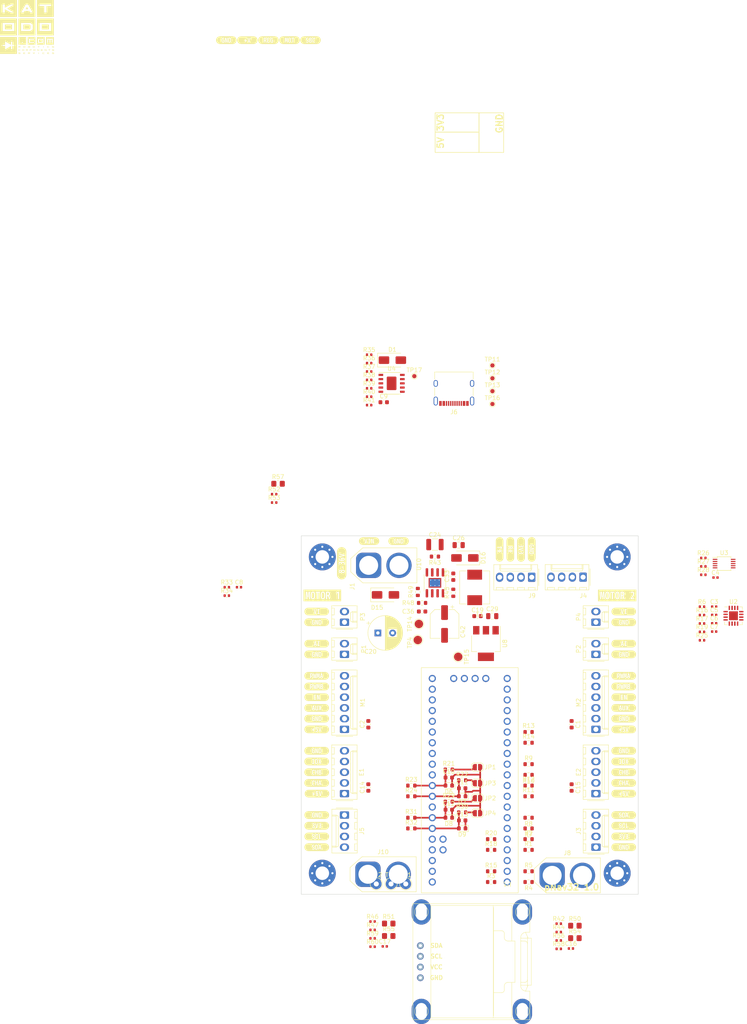
<source format=kicad_pcb>
(kicad_pcb (version 20221018) (generator pcbnew)
  (layers (0 "F.Cu" signal) (31 "B.Cu" signal) (34 "B.Paste" user) (35 "F.Paste" user) (36 "B.SilkS" user "B.Silkscreen") (37 "F.SilkS" user "F.Silkscreen") (38 "B.Mask" user) (39 "F.Mask" user) (44 "Edge.Cuts" user))
  (net 0 "")
  (net 1 "ADC_M1_CURRENT")
  (net 2 "ADC_M2_CURRENT")
  (net 3 "ADC_M1_VOLTAGE")
  (net 4 "ADC_M2_VOLTAGE")
  (net 5 "I2C1-SCL")
  (net 6 "/Supply and Power/SW")
  (net 7 "Net-(C33-Pad2)")
  (net 8 "/Supply and Power/FB")
  (net 9 "MOT1_P")
  (net 10 "MOT1_N")
  (net 11 "MOT1_EN")
  (net 12 "Vdrive")
  (net 13 "MOT1_AUX")
  (net 14 "MOT2_P")
  (net 15 "MOT2_AUX")
  (net 16 "MOT2_EN")
  (net 17 "MOT2_N")
  (net 18 "I2C1-SDA")
  (net 19 "UART1_RX")
  (net 20 "IMot1_n")
  (net 21 "IMot1_p")
  (net 22 "IOut_n")
  (net 23 "IOut_p")
  (net 24 "UART1_TX")
  (net 25 "I2C0-SCL")
  (net 26 "Net-(R43-Pad1)")
  (net 27 "/Supply and Power/BS")
  (net 28 "/SWCLK")
  (net 29 "/SWD")
  (net 32 "+5V")
  (net 33 "+3V3")
  (net 34 "A0_VMOT1")
  (net 35 "E1_CHA")
  (net 36 "E1_CHB")
  (net 37 "AUX1")
  (net 38 "PWMA1")
  (net 39 "PWMB1")
  (net 40 "EN1")
  (net 41 "AUX2")
  (net 42 "PWMA2")
  (net 43 "PWMB2")
  (net 44 "EN2")
  (net 45 "E2_CHA")
  (net 46 "E2_CHB")
  (net 47 "I2C0-SDA")
  (net 48 "UART0_RX")
  (net 49 "UART0_TX")
  (net 60 "Net-(U4-CFG2)")
  (net 61 "Net-(D1-A)")
  (net 62 "Net-(JP1-A)")
  (net 63 "Net-(JP2-A)")
  (net 64 "Net-(JP3-A)")
  (net 65 "Net-(JP4-A)")
  (net 66 "/Analog/I1")
  (net 67 "/Analog/I2")
  (net 68 "/Analog/V1")
  (net 69 "/Analog/V2")
  (net 70 "/PowerOut/BATT_OUT")
  (net 71 "Net-(U2-A0)")
  (net 72 "Net-(U3-ADDR)")
  (net 79 "/Supply and Power/CC1")
  (net 80 "/Supply and Power/USB2_D+")
  (net 81 "/Supply and Power/USB2_D-")
  (net 82 "Net-(J6-SBU1)")
  (net 83 "/Supply and Power/CC2")
  (net 84 "Net-(J6-SBU2)")
  (net 85 "Net-(J10-+)")
  (net 86 "GND2")
  (net 87 "+3.3VA")
  (net 88 "Net-(U4-DP)")
  (net 89 "Net-(U4-DM)")
  (net 90 "Net-(U4-VBUS)")
  (net 91 "/Supply and Power/BATT_OUT")
  (net 92 "Net-(U4-PG)")
  (net 94 "Net-(J8-+)")
  (footprint "kibuzzard-654DCF59" (layer "F.Cu") (at 219.89 101.018 -90)
    (fp_text reference "kibuzzard-654DCF59" hide)
    (fp_text value "G***" hide)
  )
  (footprint "kibuzzard-654DCFC5" (layer "F.Cu") (at 176.476 169.09)
    (fp_text reference "kibuzzard-654DCFC5" hide)
    (fp_text value "G***" hide)
  )
  (footprint "kibuzzard-653F540C" (layer "F.Cu") (at 176.456 115.75)
    (fp_text reference "kibuzzard-653F540C" hide)
    (fp_text value "G***" hide)
  )
  (footprint "Resistor_SMD:R_0402_1005Metric" (layer "F.Cu") (at 166.368 87.926)
    (fp_text reference "R52")
    (fp_text value "10Ω/S4")
  )
  (footprint "Resistor_SMD:R_0603_1608Metric" (layer "F.Cu") (at 226.77 157.025 180)
    (fp_text reference "R12")
    (fp_text value "1K")
  )
  (footprint "kibuzzard-654DCF3E" (layer "F.Cu") (at 222.43 101.018 -90)
    (fp_text reference "kibuzzard-654DCF3E" hide)
    (fp_text value "G***" hide)
  )
  (footprint "Jumper:SolderJumper-2_P1.3mm_Open_RoundedPad1.0x1.5mm" (layer "F.Cu") (at 214.63 156.464)
    (fp_text reference "JP3")
    (fp_text value "Jumper_2_Open")
  )
  (footprint "Resistor_SMD:R_0603_1608Metric" (layer "F.Cu") (at 226.77 172.265)
    (fp_text reference "R1")
    (fp_text value "1K")
  )
  (footprint "Capacitor_SMD:C_0402_1005Metric" (layer "F.Cu") (at 270.827 114.5955)
    (fp_text reference "C3")
    (fp_text value "100n 50V Y5V")
  )
  (footprint "kibuzzard-6394D9EA" (layer "F.Cu") (at 182.4 104.3 90)
    (fp_text reference "kibuzzard-6394D9EA" hide)
    (fp_text value "G***" hide)
  )
  (footprint "Resistor_SMD:R_0402_1005Metric" (layer "F.Cu") (at 188.914 54.864)
    (fp_text reference "R35")
    (fp_text value "5K1/S4")
  )
  (footprint "Resistor_SMD:R_0402_1005Metric" (layer "F.Cu") (at 233.93 191.756)
    (fp_text reference "R44")
    (fp_text value "10Ω/S4")
  )
  (footprint "Capacitor_SMD:C_0402_1005Metric" (layer "F.Cu") (at 270.827 116.5655)
    (fp_text reference "C5")
    (fp_text value "100n 50V Y5V")
  )
  (footprint "kibuzzard-653F53E4" (layer "F.Cu") (at 176.456 138.61)
    (fp_text reference "kibuzzard-653F53E4" hide)
    (fp_text value "G***" hide)
  )
  (footprint "Capacitor_SMD:C_0402_1005Metric" (layer "F.Cu") (at 270.827 120.5055)
    (fp_text reference "C7")
    (fp_text value "100n 50V Y5V")
  )
  (footprint "kibuzzard-654DCFBA" (layer "F.Cu") (at 249.354 169.09)
    (fp_text reference "kibuzzard-654DCFBA" hide)
    (fp_text value "G***" hide)
  )
  (footprint "Diode_SMD:D_0603_1608Metric" (layer "F.Cu") (at 207.825 157.025 180)
    (fp_text reference "D6")
    (fp_text value "PESD5V0X1BCSFYL")
  )
  (footprint "Resistor_SMD:R_0603_1608Metric" (layer "F.Cu") (at 226.77 144.325 180)
    (fp_text reference "R13")
    (fp_text value "1K")
  )
  (footprint "Resistor_SMD:R_0402_1005Metric" (layer "F.Cu") (at 155.126 111.982)
    (fp_text reference "R34")
    (fp_text value "15K0/S4")
  )
  (footprint "Resistor_SMD:R_0603_1608Metric" (layer "F.Cu") (at 226.77 159.565 180)
    (fp_text reference "R11")
    (fp_text value "1K")
  )
  (footprint "Resistor_SMD:R_0805_2012Metric_Pad1.20x1.40mm_HandSolder" (layer "F.Cu") (at 237.76 193.196)
    (fp_text reference "R54")
    (fp_text value "10mΩ 0.125W")
  )
  (footprint "kibuzzard-653F53EC" (layer "F.Cu") (at 249.354 148.77)
    (fp_text reference "kibuzzard-653F53EC" hide)
    (fp_text value "G***" hide)
  )
  (footprint "Katodo:rp2040_rgb" (layer "F.Cu") (at 212.8 155.755 180)
    (fp_text reference "U1")
    (fp_text value "RP2040-rgb")
  )
  (footprint "Resistor_SMD:R_0603_1608Metric" (layer "F.Cu") (at 226.77 151.945)
    (fp_text reference "R9")
    (fp_text value "1K")
  )
  (footprint "Inductor_SMD:L_Chilisin_BMRB00060612" (layer "F.Cu") (at 213.975 110.035 -90)
    (fp_text reference "L1")
    (fp_text value "47uH")
  )
  (footprint "TestPoint:TestPoint_Pad_D2.0mm" (layer "F.Cu") (at 200.471 122.507302 -90)
    (fp_text reference "TP4")
    (fp_text value "TestPoint")
  )
  (footprint "MountingHole:MountingHole_3.2mm_M3_Pad_Via" (layer "F.Cu") (at 247.8 102.8)
    (fp_text reference "H1" hide)
    (fp_text value "MOUNTING_HOLE")
  )
  (footprint "kibuzzard-653F5495" (layer "F.Cu") (at 176.456 156.39)
    (fp_text reference "kibuzzard-653F5495" hide)
    (fp_text value "G***" hide)
  )
  (footprint "Diode_SMD:D_SMA" (layer "F.Cu") (at 211.647 103.043302 180)
    (fp_text reference "D16")
    (fp_text value "SS310")
  )
  (footprint "Resistor_SMD:R_0402_1005Metric" (layer "F.Cu") (at 188.914 56.854)
    (fp_text reference "R36")
    (fp_text value "5K1/S4")
  )
  (footprint "Resistor_SMD:R_0603_1608Metric" (layer "F.Cu") (at 226.77 179.885 180)
    (fp_text reference "R4")
    (fp_text value "1K")
  )
  (footprint "kibuzzard-653F53EC" (layer "F.Cu") (at 176.456 141.15)
    (fp_text reference "kibuzzard-653F53EC" hide)
    (fp_text value "G***" hide)
  )
  (footprint "Resistor_SMD:R_0402_1005Metric" (layer "F.Cu") (at 233.93 193.746)
    (fp_text reference "R56")
    (fp_text value "100K/S4")
  )
  (footprint "TestPoint:TestPoint_Pad_D1.0mm" (layer "F.Cu") (at 218.186 66.548)
    (fp_text reference "TP16")
    (fp_text value "TestPoint")
  )
  (footprint "Resistor_SMD:R_0603_1608Metric" (layer "F.Cu") (at 226.77 154.485 180)
    (fp_text reference "R10")
    (fp_text value "1K")
  )
  (footprint "Resistor_SMD:R_0603_1608Metric" (layer "F.Cu") (at 198.935 159.565)
    (fp_text reference "R24")
    (fp_text value "1K")
  )
  (footprint "Connector_AMASS:AMASS_XT60-F_1x02_P7.20mm_Vertical" (layer "F.Cu") (at 188.8 104.8)
    (fp_text reference "J1")
    (fp_text value "Power Input")
  )
  (footprint "Package_TO_SOT_SMD:SOT-223-3_TabPin2" (layer "F.Cu") (at 216.643 123.34 -90)
    (fp_text reference "U8")
    (fp_text value "TLV1117LV33DCYR")
  )
  (footprint "MountingHole:MountingHole_3.2mm_M3_Pad_Via" (layer "F.Cu") (at 247.8 177.8)
    (fp_text reference "H3" hide)
    (fp_text value "MOUNTING_HOLE")
  )
  (footprint "TestPoint:TestPoint_Pad_D2.0mm" (layer "F.Cu") (at 210.058 126.492)
    (fp_text reference "TP15")
    (fp_text value "TestPoint")
  )
  (footprint "Connector_Molex:Molex_KK-254_AE-6410-06A_1x06_P2.54mm_Vertical" (layer "F.Cu") (at 242.75 143.69 90)
    (fp_text reference "M2")
    (fp_text value "~")
  )
  (footprint "kibuzzard-653F541E" (layer "F.Cu") (at 176.456 125.91)
    (fp_text reference "kibuzzard-653F541E" hide)
    (fp_text value "G***" hide)
  )
  (footprint "kibuzzard-653F53D5" (layer "F.Cu") (at 176.456 133.53)
    (fp_text reference "kibuzzard-653F53D5" hide)
    (fp_text value "G***" hide)
  )
  (footprint "kibuzzard-653F53F2" (layer "F.Cu") (at 249.354 143.69)
    (fp_text reference "kibuzzard-653F53F2" hide)
    (fp_text value "G***" hide)
  )
  (footprint "Katodo:SSD1306_0.96_Oled" (layer "F.Cu") (at 201.0791 202.5904 90)
    (fp_text reference "LCD1" hide)
    (fp_text value "OLED_64x128")
  )
  (footprint "Resistor_SMD:R_0603_1608Metric" (layer "F.Cu") (at 198.935 167.185)
    (fp_text reference "R32")
    (fp_text value "1K")
  )
  (footprint "Resistor_SMD:R_0603_1608Metric" (layer "F.Cu") (at 217.88 177.345)
    (fp_text reference "R15")
    (fp_text value "1K96")
  )
  (footprint "Connector_Molex:Molex_KK-254_AE-6410-04A_1x04_P2.54mm_Vertical" (layer "F.Cu") (at 183.06 164.01 -90)
    (fp_text reference "J5")
    (fp_text value "CONN_01x04")
  )
  (footprint "Capacitor_SMD:C_0402_1005Metric" (layer "F.Cu") (at 158.016 109.982)
    (fp_text reference "C8")
    (fp_text value "100n 50V Y5V")
  )
  (footprint "kibuzzard-653F5412" (layer "F.Cu") (at 176.456 118.29)
    (fp_text reference "kibuzzard-653F5412" hide)
    (fp_text value "G***" hide)
  )
  (footprint "Resistor_SMD:R_0805_2012Metric_Pad1.20x1.40mm_HandSolder" (layer "F.Cu") (at 167.288 85.456)
    (fp_text reference "R57")
    (fp_text value "10mΩ 0.125W")
  )
  (footprint "Resistor_SMD:R_0402_1005Metric" (layer "F.Cu") (at 188.914 64.814)
    (fp_text reference "R40")
    (fp_text value "0Ω/S4")
  )
  (footprint "kibuzzard-654DCFC5" (layer "F.Cu") (at 249.354 166.55)
    (fp_text reference "kibuzzard-654DCFC5" hide)
    (fp_text value "G***" hide)
  )
  (footprint "Resistor_SMD:R_0402_1005Metric" (layer "F.Cu") (at 268.256 105.046)
    (fp_text reference "R27")
    (fp_text value "0Ω/S4")
  )
  (footprint "TestPoint:TestPoint_Pad_D1.0mm" (layer "F.Cu") (at 199.644 59.944)
    (fp_text reference "TP17")
    (fp_text value "TestPoint")
  )
  (footprint "kibuzzard-653D1AF5" (layer "F.Cu") (at 165.006 -19.728)
    (fp_text reference "kibuzzard-653D1AF5" hide)
    (fp_text value "G***" hide)
  )
  (footprint "Package_SO:TSSOP-10_3x3mm_P0.5mm" (layer "F.Cu") (at 273.186 104.386)
    (fp_text reference "U3")
    (fp_text value "ADS1115IDGS")
  )
  (footprint "Connector_Molex:Molex_KK-254_AE-6410-02A_1x02_P2.54mm_Vertical" (layer "F.Cu") (at 242.75 125.91 90)
    (fp_text reference "P2")
    (fp_text value "~")
  )
  (footprint "Resistor_SMD:R_0603_1608Metric" (layer "F.Cu") (at 226.77 169.725)
    (fp_text reference "R2")
    (fp_text value "1K")
  )
  (footprint "Resistor_SMD:R_0603_1608Metric" (layer "F.Cu") (at 201.487 113.711302)
    (fp_text reference "R48")
    (fp_text value "300k")
  )
  (footprint "Resistor_SMD:R_0603_1608Metric" (layer "F.Cu") (at 198.935 164.645)
    (fp_text reference "R31")
    (fp_text value "1K")
  )
  (footprint "Capacitor_SMD:C_0603_1608Metric" (layer "F.Cu") (at 214.643 116.84)
    (fp_text reference "C19")
    (fp_text value "1u")
  )
  (footprint "Resistor_SMD:R_0603_1608Metric" (layer "F.Cu") (at 217.88 169.725)
    (fp_text reference "R20")
    (fp_text value "1K96")
  )
  (footprint "Capacitor_SMD:C_0603_1608Metric" (layer "F.Cu") (at 188.722 142.481 90)
    (fp_text reference "C2")
    (fp_text value "100n")
  )
  (footprint "kibuzzard-653F55C0" (layer "F.Cu") (at 247.8 111.94)
    (fp_text reference "kibuzzard-653F55C0" hide)
    (fp_text value "G***" hide)
  )
  (footprint "Connector_Molex:Molex_KK-254_AE-6410-02A_1x02_P2.54mm_Vertical" (layer "F.Cu") (at 183.06 125.91 90)
    (fp_text reference "P1")
    (fp_text value "~")
  )
  (footprint "Resistor_SMD:R_0402_1005Metric" (layer "F.Cu") (at 233.93 189.766)
    (fp_text reference "R42")
    (fp_text value "10Ω/S4")
  )
  (footprint "Resistor_SMD:R_0402_1005Metric" (layer "F.Cu") (at 155.126 109.992)
    (fp_text reference "R33")
    (fp_text value "100K/S4")
  )
  (footprint "Capacitor_SMD:C_0603_1608Metric" (layer "F.Cu") (at 207.825 155.12)
    (fp_text reference "C10")
    (fp_text value "100n")
  )
  (footprint "kibuzzard-654DCFB0" (layer "F.Cu") (at 176.476 164.01)
    (fp_text reference "kibuzzard-654DCFB0" hide)
    (fp_text value "G***" hide)
  )
  (footprint "Resistor_SMD:R_0402_1005Metric" (layer "F.Cu") (at 189.734 191.248)
    (fp_text reference "R47")
    (fp_text value "10Ω/S4")
  )
  (footprint "Connector_Molex:Molex_KK-254_AE-6410-05A_1x05_P2.54mm_Vertical" (layer "F.Cu") (at 242.75 158.93 90)
    (fp_text reference "E2")
    (fp_text value "~")
  )
  (footprint "kibuzzard-653D1AEE" (layer "F.Cu") (at 160.006 -19.728)
    (fp_text reference "kibuzzard-653D1AEE" hide)
    (fp_text value "G***" hide)
  )
  (footprint "Jumper:SolderJumper-2_P1.3mm_Open_RoundedPad1.0x1.5mm" (layer "F.Cu") (at 214.63 160.02)
    (fp_text reference "JP2")
    (fp_text value "Jumper_2_Open")
  )
  (footprint "Package_SO:SOIC-8-1EP_3.9x4.9mm_P1.27mm_EP2.29x3mm_ThermalVias" (layer "F.Cu") (at 204.535 108.950302 -90)
    (fp_text reference "U10")
    (fp_text value "TX4139")
  )
  (footprint "Resistor_SMD:R_0603_1608Metric" (layer "F.Cu") (at 204.535 102.720302 180)
    (fp_text reference "R43")
    (fp_text value "50mΩ")
  )
  (footprint "TestPoint:TestPoint_Pad_D1.0mm" (layer "F.Cu") (at 218.186 60.448)
    (fp_text reference "TP12")
    (fp_text value "TestPoint")
  )
  (footprint "kibuzzard-653D1AE4" (layer "F.Cu") (at 195.9 99.05)
    (fp_text reference "kibuzzard-653D1AE4" hide)
    (fp_text value "G***" hide)
  )
  (footprint "Capacitor_SMD:C_0805_2012Metric" (layer "F.Cu") (at 210.165 99.995302)
    (fp_text reference "C26")
    (fp_text value "100nF 100V")
  )
  (footprint "Capacitor_SMD:C_0402_1005Metric" (layer "F.Cu") (at 271.146 107.696)
    (fp_text reference "C4")
    (fp_text value "100n 50V Y5V")
  )
  (footprint "Jumper:SolderJumper-2_P1.3mm_Open_RoundedPad1.0x1.5mm" (layer "F.Cu") (at 214.63 163.576)
    (fp_text reference "JP4")
    (fp_text value "Jumper_2_Open")
  )
  (footprint "TestPoint:TestPoint_Pad_D1.0mm" (layer "F.Cu") (at 218.186 63.498)
    (fp_text reference "TP13")
    (fp_text value "TestPoint")
  )
  (footprint "Capacitor_SMD:C_0603_1608Metric" (layer "F.Cu") (at 192.374 66.124)
    (fp_text reference "C9")
    (fp_text value "1uF 50V X7R")
  )
  (footprint "Resistor_SMD:R_0805_2012Metric_Pad1.20x1.40mm_HandSolder" (layer "F.Cu") (at 193.564 189.738)
    (fp_text reference "R51")
    (fp_text value "10mΩ 0.125W")
  )
  (footprint "kibuzzard-653F53D5" (layer "F.Cu") (at 249.354 133.53)
    (fp_text reference "kibuzzard-653F53D5" hide)
    (fp_text value "G***" hide)
  )
  (footprint "kibuzzard-654DCFCD" (layer "F.Cu") (at 249.354 164.01)
    (fp_text reference "kibuzzard-654DCFCD" hide)
    (fp_text value "G***" hide)
  )
  (footprint "Resistor_SMD:R_0603_1608Metric" (layer "F.Cu") (at 198.935 157.025)
    (fp_text reference "R23")
    (fp_text value "1K")
  )
  (footprint "kibuzzard-654DCFCD" (layer "F.Cu") (at 176.476 171.63)
    (fp_text reference "kibuzzard-654DCFCD" hide)
    (fp_text value "G***" hide)
  )
  (footprint "kibuzzard-653F53CF" (layer "F.Cu") (at 176.456 136.07)
    (fp_text reference "kibuzzard-653F53CF" hide)
    (fp_text value "G***" hide)
  )
  (footprint "Capacitor_THT:CP_Radial_D8.0mm_P3.50mm" (layer "F.Cu") (at 190.99 120.83)
    (fp_text reference "C20")
    (fp_text value "47uF 63V solid")
  )
  (footprint "kibuzzard-653F53DB" (layer "F.Cu") (at 249.354 130.99)
    (fp_text reference "kibuzzard-653F53DB" hide)
    (fp_text value "G***" hide)
  )
  (footprint "Resistor_SMD:R_0603_1608Metric" (layer "F.Cu") (at 226.77 164.645 180)
    (fp_text reference "R8")
    (fp_text value "1K")
  )
  (footprint "Capacitor_SMD:C_0402_1005Metric" (layer "F.Cu") (at 192.624 195.148)
    (fp_text reference "C17")
    (fp_text value "100n 50V Y5V")
  )
  (footprint "Resistor_SMD:R_0402_1005Metric" (layer "F.Cu") (at 189.734 189.258)
    (fp_text reference "R46")
    (fp_text value "10Ω/S4")
  )
  (footprint "Resistor_SMD:R_0402_1005Metric" (layer "F.Cu") (at 188.914 58.844)
    (fp_text reference "R37")
    (fp_text value "1K/S4")
  )
  (footprint "Resistor_SMD:R_0603_1608Metric" (layer "F.Cu") (at 207.825 153.215)
    (fp_text reference "R21")
    (fp_text value "1K87")
  )
  (footprint "Connector_AMASS:AMASS_XT60-M_1x02_P7.20mm_Vertical" (layer "F.Cu") (at 188.634 178.054)
    (fp_text reference "J10")
    (fp_text value "XT60PW-M")
  )
  (footprint "kibuzzard-653F53F2" (layer "F.Cu") (at 249.354 158.93)
    (fp_text reference "kibuzzard-653F53F2" hide)
    (fp_text value "G***" hide)
  )
  (footprint "kibuzzard-653F5483" (layer "F.Cu") (at 249.354 151.31)
    (fp_text reference "kibuzzard-653F5483" hide)
    (fp_text value "G***" hide)
  )
  (footprint "Capacitor_SMD:C_0603_1608Metric" (layer "F.Cu") (at 236.982 157.48 90)
    (fp_text reference "C15")
    (fp_text value "100n")
  )
  (footprint "Resistor_SMD:R_0402_1005Metric" (layer "F.Cu") (at 267.937 116.5955)
    (fp_text reference "R16")
    (fp_text value "1K/S4")
  )
  (footprint "kibuzzard-654DCFB0" (layer "F.Cu") (at 249.354 171.63)
    (fp_text reference "kibuzzard-654DCFB0" hide)
    (fp_text value "G***" hide)
  )
  (footprint "Diode_SMD:D_0603_1608Metric" (layer "F.Cu") (at 211 167.185 180)
    (fp_text reference "D9")
    (fp_text value "PESD5V0X1BCSFYL")
  )
  (footprint "Resistor_SMD:R_0603_1608Metric" (layer "F.Cu") (at 208.895 111.305 90)
    (fp_text reference "R45")
    (fp_text value "10Ω")
  )
  (footprint "kibuzzard-653F548C" (layer "F.Cu") (at 176.456 153.85)
    (fp_text reference "kibuzzard-653F548C" hide)
    (fp_text value "G***" hide)
  )
  (footprint "Resistor_SMD:R_0805_2012Metric_Pad1.20x1.40mm_HandSolder" (layer "F.Cu") (at 237.76 190.246)
    (fp_text reference "R50")
    (fp_text value "10mΩ 0.125W")
  )
  (footprint "kibuzzard-653F5182" (layer "F.Cu") (at 188.9 99.05)
    (fp_text reference "kibuzzard-653F5182" hide)
    (fp_text value "G***" hide)
  )
  (footprint "kibuzzard-653F5418" (layer "F.Cu") (at 176.456 123.37)
    (fp_text reference "kibuzzard-653F5418" hide)
    (fp_text value "G***" hide)
  )
  (footprint "Resistor_SMD:R_0603_1608Metric" (layer "F.Cu") (at 226.77 146.865 180)
    (fp_text reference "R14")
    (fp_text value "1K")
  )
  (footprint "Connector_Molex:Molex_KK-254_AE-6410-04A_1x04_P2.54mm_Vertical" (layer "F.Cu") (at 242.77 171.63 90)
    (fp_text reference "J3")
    (fp_text value "CONN_01x04")
  )
  (footprint "kibuzzard-653F53EC" (layer "F.Cu") (at 227.51 101.018 -90)
    (fp_text reference "kibuzzard-653F53EC" hide)
    (fp_text value "G***" hide)
  )
  (footprint "kibuzzard-653F53CF" (layer "F.Cu") (at 249.354 136.07)
    (fp_text reference "kibuzzard-653F53CF" hide)
    (fp_text value "G***" hide)
  )
  (footprint "Resistor_SMD:R_0402_1005Metric" (layer "F.Cu") (at 268.256 107.036)
    (fp_text reference "R28")
    (fp_text value "0Ω/S4")
  )
  (footprint "TestPoint:TestPoint_THTPad_D2.5mm_Drill1.2mm" (layer "F.Cu") (at 190.612 180.34)
    (fp_text reference "TP2")
    (fp_text value "TestPoint")
  )
  (footprint "kibuzzard-653D1AE4" (layer "F.Cu") (at 155.006 -19.728)
    (fp_text reference "kibuzzard-653D1AE4" hide)
    (fp_text value "G***" hide)
  )
  (footprint "Resistor_SMD:R_0805_2012Metric_Pad1.20x1.40mm_HandSolder" (layer "F.Cu") (at 193.564 192.688)
    (fp_text reference "R55")
    (fp_text value "10mΩ 0.125W")
  )
  (footprint "Resistor_SMD:R_0402_1005Metric" (layer "F.Cu") (at 267.937 120.5755)
    (fp_text reference "R19")
    (fp_text value "0Ω/S4")
  )
  (footprint "Connector_Molex:Molex_KK-254_AE-6410-06A_1x06_P2.54mm_Vertical" (layer "F.Cu") (at 183.06 143.69 90)
    (fp_text reference "M1")
    (fp_text value "~")
  )
  (footprint "kibuzzard-653F5483" (layer "F.Cu") (at 176.456 151.31)
    (fp_text reference "kibuzzard-653F5483" hide)
    (fp_text value "G***" hide)
  )
  (footprint "Resistor_SMD:R_0603_1608Metric" (layer "F.Cu") (at 217.88 172.265)
    (fp_text reference "R18")
    (fp_text value "1K96")
  )
  (footprint "Diode_SMD:D_SMA" (layer "F.Cu") (at 194.439 56.144)
    (fp_text reference "D1")
    (fp_text value "SS310")
  )
  (footprint "Capacitor_SMD:C_0402_1005Metric" (layer "F.Cu") (at 236.82 195.656)
    (fp_text reference "C16")
    (fp_text value "100n 50V Y5V")
  )
  (footprint "kibuzzard-654DCFBA" (layer "F.Cu") (at 176.476 166.55)
    (fp_text reference "kibuzzard-654DCFBA" hide)
    (fp_text value "G***" hide)
  )
  (footprint "Resistor_SMD:R_0402_1005Metric" (layer "F.Cu") (at 166.368 89.916)
    (fp_text reference "R53")
    (fp_text value "10Ω/S4")
  )
  (footprint "Connector_Molex:Molex_KK-254_AE-6410-02A_1x02_P2.54mm_Vertical" (layer "F.Cu") (at 183.06 118.29 90)
    (fp_text reference "P3")
    (fp_text value "~")
  )
  (footprint "kibuzzard-653F53EC" (layer "F.Cu") (at 176.456 148.77)
    (fp_text reference "kibuzzard-653F53EC" hide)
    (fp_text value "G***" hide)
  )
  (footprint "Katodo:SSOP-10_3.9x4.9mm_P1.00mm_EP" (layer "F.Cu") (at 194.244 61.644)
    (fp_text reference "U4")
    (fp_text value "CH224K")
  )
  (footprint "Connector_AMASS:AMASS_XT60-M_1x02_P7.20mm_Vertical" (layer "F.Cu") (at 232.366 178.308)
    (fp_text reference "J8")
    (fp_text value "XT60PW-M")
  )
  (footprint "Diode_SMD:D_0603_1608Metric" (layer "F.Cu") (at 211 159.565 180)
    (fp_text reference "D7")
    (fp_text value "PESD5V0X1BCSFYL")
  )
  (footprint "Resistor_SMD:R_0603_1608Metric" (layer "F.Cu") (at 200.471 111.108302 -90)
    (fp_text reference "R49")
    (fp_text value "57.1K")
  )
  (footprint "TestPoint:TestPoint_Pad_D1.0mm" (layer "F.Cu") (at 218.186 57.398)
    (fp_text reference "TP11")
    (fp_text value "TestPoint")
  )
  (footprint "katodo:Katodo" (layer "F.Cu") (at 107.696 -22.86)
    (fp_text reference "G***" hide)
    (fp_text value "LOGO" hide)
  )
  (footprint "TestPoint:TestPoint_THTPad_D2.5mm_Drill1.2mm" (layer "F.Cu") (at 194.112 180.34)
    (fp_text reference "TP3")
    (fp_text value "TestPoint")
  )
  (footprint "TestPoint:TestPoint_Pad_D2.0mm" (layer "F.Cu") (at 200.725 118.697302 -90)
    (fp_text reference "TP14")
    (fp_text value "TestPoint")
  )
  (footprint "Capacitor_SMD:C_0805_2012Metric" (layer "F.Cu") (at 218.143 116.84)
    (fp_text reference "C29")
    (fp_text value "10u")
  )
  (footprint "Capacitor_SMD:C_0603_1608Metric" (layer "F.Cu") (at 207.825 162.74)
    (fp_text reference "C12")
    (fp_text value "100n")
  )
  (footprint "Resistor_SMD:R_0603_1608Metric" (layer "F.Cu") (at 226.77 167.185 180)
    (fp_text reference "R7")
    (fp_text value "1K")
  )
  (footprint "kibuzzard-653F53DB" (layer "F.Cu") (at 176.456 130.99)
    (fp_text reference "kibuzzard-653F53DB" hide)
    (fp_text value "G***" hide)
  )
  (footprint "Package_DFN_QFN:Texas_RGV_S-PVQFN-N16_EP2.1x2.1mm" (layer "F.Cu") (at 275.407 116.7555)
    (fp_text reference "U2")
    (fp_text value "INA3221")
  )
  (footprint "Connector_USB:USB_C_Receptacle_XKB_U262-16XN-4BVC11" (layer "F.Cu") (at 209.042 62.738 180)
    (fp_text reference "J6")
    (fp_text value "CPU1 USB")
  )
  (footprint "Capacitor_SMD:CP_Elec_6.3x7.7" (layer "F.Cu") (at 206.821 118.697302 -90)
    (fp_text reference "C42")
    (fp_text value "220uF 25V")
  )
  (footprint "Resistor_SMD:R_0402_1005Metric" (layer "F.Cu") (at 188.914 66.804)
    (fp_text reference "R41")
    (fp_text value "10K/S4")
  )
  (footprint "Capacitor_SMD:C_0402_1005Metric" (layer "F.Cu") (at 270.827 118.5355)
    (fp_text reference "C6")
    (fp_text value "100n 50V Y5V")
  )
  (footprint "Resistor_SMD:R_0402_1005Metric" (layer "F.Cu") (at 267.937 122.5655)
    (fp_text reference "R25")
    (fp_text value "0Ω/S4")
  )
  (footprint "kibuzzard-653F53EC" (layer "F.Cu") (at 249.354 141.15)
    (fp_text reference "kibuzzard-653F53EC" hide)
    (fp_text value "G***" hide)
  )
  (footprint "Connector_Molex:Molex_KK-254_AE-6410-04A_1x04_P2.54mm_Vertical" (layer "F.Cu") (at 239.702 107.602 180)
    (fp_text reference "J4")
    (fp_text value "CONN_01x04")
  )
  (footprint "kibuzzard-653F53F2" (layer "F.Cu") (at 176.456 143.69)
    (fp_text reference "kibuzzard-653F53F2" hide)
    (fp_text value "G***" hide)
  )
  (footprint "Resistor_SMD:R_0402_1005Metric" (layer "F.Cu") (at 189.734 193.238)
    (fp_text reference "R59")
    (fp_text value "100K/S4")
  )
  (footprint "Capacitor_SMD:C_0603_1608Metric" (layer "F.Cu") (at 211 157.66)
    (fp_text reference "C11")
    (fp_text value "100n")
  )
  (footprint "Capacitor_SMD:C_1210_3225Metric" (layer "F.Cu") (at 204.535 99.875)
    (fp_text reference "C24")
    (fp_text value "4.7uF 100V")
  )
  (footprint "TestPoint:TestPoint_THTPad_D2.5mm_Drill1.2mm" (layer "F.Cu") (at 197.612 180.34)
    (fp_text reference "TP1")
    (fp_text value "TestPoint")
  )
  (footprint "Capacitor_SMD:C_0603_1608Metric" (layer "F.Cu") (at 236.982 142.481 90)
    (fp_text reference "C1")
    (fp_text value "100n")
  )
  (footprint "Capacitor_SMD:C_0603_1608Metric" (layer "F.Cu") (at 208.895 107.495 -90)
    (fp_text reference "C33")
    (fp_text value "100n")
  )
  (footprint "kibuzzard-653D1B23" (layer "F.Cu") (at 175.006 -19.728)
    (fp_text reference "kibuzzard-653D1B23" hide)
    (fp_text value "G***" hide)
  )
  (footprint "Capacitor_SMD:C_0603_1608Metric" (layer "F.Cu") (at 201.487 115.743302 180)
    (fp_text reference "C36")
    (fp_text value "47pf")
  )
  (footprint "Resistor_SMD:R_0603_1608Metric" (layer "F.Cu") (at 211 163.375)
    (fp_text reference "R30")
    (fp_text value "1K87")
  )
  (footprint "Resistor_SMD:R_0402_1005Metric" (layer "F.Cu") (at 189.734 195.228)
    (fp_text reference "R60")
    (fp_text value "15K0/S4")
  )
  (footprint "kibuzzard-653F53E4" (layer "F.Cu") (at 249.354 138.61)
    (fp_text reference "kibuzzard-653F53E4" hide)
    (fp_text value "G***" hide)
  )
  (footprint "MountingHole:MountingHole_3.2mm_M3_Pad_Via" (layer "F.Cu") (at 177.8 102.8)
    (fp_text reference "H2" hide)
    (fp_text value "MOUNTING_HOLE")
  )
  (footprint "kibuzzard-653F548C" (layer "F.Cu") (at 249.354 153.85)
    (fp_text reference "kibuzzard-653F548C" hide)
    (fp_text value "G***" hide)
  )
  (footprint "Diode_SMD:D_0603_1608Metric" (layer "F.Cu") (at 207.825 164.645 180)
    (fp_text reference "D8")
    (fp_text value "PESD5V0X1BCSFYL")
  )
  (footprint "Resistor_SMD:R_0603_1608Metric" (layer "F.Cu") (at 226.77 177.345)
    (fp_text reference "R5")
    (fp_text value "1K")
  )
  (footprint "Resistor_SMD:R_0402_1005Metric" (layer "F.Cu") (at 267.937 118.5855)
    (fp_text reference "R17")
    (fp_text value "0Ω/S4")
  )
  (footprint "Jumper:SolderJumper-2_P1.3mm_Open_RoundedPad1.0x1.5mm" (layer "F.Cu") (at 214.63 152.654)
    (fp_text reference "JP1")
    (fp_text value "Jumper_2_Open")
  )
  (footprint "kibuzzard-653F541E" (layer "F.Cu") (at 249.354 125.91)
    (fp_text reference "kibuzzard-653F541E" hide)
    (fp_text value "G***" hide)
  )
  (footprint "kibuzzard-654DCF33" (layer "F.Cu") (at 224.97 101.018 -90)
    (fp_text reference "kibuzzard-654DCF33" hide)
    (fp_text value "G***" hide)
  )
  (footprint "Resistor_SMD:R_0402_1005Metric" (layer "F.Cu") (at 267.937 114.6055)
    (fp_text reference "R6")
    (fp_text value "1K/S4")
  )
  (footprint "kibuzzard-653F540C" (layer "F.Cu") (at 249.354 115.75)
    (fp_text reference "kibuzzard-653F540C" hide)
    (fp_text value "G***" hide)
  )
  (footprint "Capacitor_SMD:C_0603_1608Metric" (layer "F.Cu") (at 188.722 157.48 90)
    (fp_text reference "C14")
    (fp_text value "100n")
  )
  (footprint "kibuzzard-653F53F2" (layer "F.Cu") (at 176.53 158.93)
    (fp_text reference "kibuzzard-653F53F2" hide)
    (fp_text value "G***" hide)
  )
  (footprint "Connector_Molex:Molex_KK-254_AE-6410-05A_1x05_P2.54mm_Vertical" (layer "F.Cu") (at 183.06 158.93 90)
    (fp_text reference "E1")
    (fp_text value "~")
  )
  (footprint "Resistor_SMD:R_0402_1005Metric" (layer "F.Cu") (at 188.914 60.834)
    (fp_text reference "R38")
    (fp_text value "0Ω/S4")
  )
  (footprint "Connector_Molex:Molex_KK-254_AE-6410-02A_1x02_P2.54mm_Vertical" (layer "F.Cu") (at 242.75 118.29 90)
    (fp_text reference "P4")
    (fp_text value "~")
  )
  (footprint "Resistor_SMD:R_0402_1005Metric" (layer "F.Cu") (at 268.256 103.056)
    (fp_text reference "R26")
    (fp_text value "0Ω/S4")
  )
  (footprint "Resistor_SMD:R_0603_1608Metric" (layer "F.Cu") (at 207.825 160.835)
    (fp_text reference "R29")
    (fp_text value "1K87")
  )
  (footprint "Connector_Molex:Molex_KK-254_AE-6410-04A_1x04_P2.54mm_Vertical" (layer "F.Cu") (at 227.51 107.622 180)
    (fp_text reference "J9")
    (fp_text value "CONN_01x04")
  )
  (footprint "kibuzzard-653F5412" (layer "F.Cu") (at 249.354 118.29)
    (fp_text reference "kibuzzard-653F5412" hide)
    (fp_text value "G***" hide)
  )
  (footprint "kibuzzard-653F5495" (layer "F.Cu") (at 249.354 156.39)
    (fp_text reference "kibuzzard-653F5495" hide)
    (fp_text value "G***" hide)
  )
  (footprint "Resistor_SMD:R_0603_1608Metric" (layer "F.Cu") (at 211 155.755)
    (fp_text reference "R22")
    (fp_text value "1K87")
  )
  (footprint "kibuzzard-653D1B0A" (layer "F.Cu") (at 170.006 -19.728)
    (fp_text reference "kibuzzard-653D1B0A" hide)
    (fp_text value "G***" hide)
  )
  (footprint "Resistor_SMD:R_0402_1005Metric" (layer "F.Cu") (at 233.93 195.736)
    (fp_text reference "R58")
    (fp_text value "15K0/S4")
  )
  (footprint "Diode_SMD:D_SMA" (layer "F.Cu") (at 192.8 111.8)
    (fp_text reference "D15")
    (fp_text value "SMAJ51A")
  )
  (footprint "Capacitor_SMD:C_0603_1608Metric" (layer "F.Cu") (at 211 165.28)
    (fp_text reference "C13")
    (fp_text value "100n")
  )
  (footprint "MountingHole:MountingHole_3.2mm_M3_Pad_Via" (layer "F.Cu") (at 177.8 177.8)
    (fp_text reference "H4" hide)
    (fp_text value "MOUNTING_HOLE")
  )
  (footprint "kibuzzard-653F5418" (layer "F.Cu") (at 249.354 123.37)
    (fp_text reference "kibuzzard-653F5418" hide)
    (fp_text value "G***" hide)
  )
  (footprint "Resistor_SMD:R_0603_1608Metric" (layer "F.Cu") (at 217.88 179.885)
    (fp_text reference "R3")
    (fp_text value "1K96")
  )
  (footprint "Resistor_SMD:R_0402_1005Metric" (layer "F.Cu") (at 188.914 62.824)
    (fp_text reference "R39")
    (fp_text value "0Ω/S4")
  )
  (footprint "kibuzzard-653F5379" (layer "F.Cu") (at 177.8 111.94)
    (fp_text reference "kibuzzard-653F5379" hide)
    (fp_text value "G***" hide)
  )
  (gr_rect (start 215 -2.5) (end 220.842 6.898) (stroke (width 0.15)) (fill none) (layer "F.SilkS"))
  (gr_rect (start 204.586 -2.5) (end 215 2.072) (stroke (width 0.15)) (fill none) (layer "F.SilkS"))
  (gr_rect (start 204.586 2.072) (end 215 6.898) (stroke (width 0.15)) (fill none) (layer "F.SilkS"))
  (gr_rect (start 172.8 97.8) (end 252.8 182.8) (stroke (width 0.1)) (fill none) (layer "Edge.Cuts"))
  (gr_text "5V" (at 205.856 4.612 90) (layer "F.SilkS") (effects (font (size 1.5 1.5) (thickness 0.3))))
  (gr_text "GND" (at 219.826 0.04 90) (layer "F.SilkS") (effects (font (size 1.5 1.5) (thickness 0.3))))
  (gr_text "3V3" (at 205.856 -0.214 90) (layer "F.SilkS") (effects (font (size 1.5 1.5) (thickness 0.3))))
  (gr_text "pNav32 1.0" (at 236.982 181.102) (layer "F.SilkS") (effects (font (size 1.5 1.5) (thickness 0.3))))
  (segment (start 207.05 155.12) (end 207.05 153.265) (width 0.4) (layer "F.Cu") (net 1))
  (segment (start 203.91 157.025) (end 207.0375 157.025) (width 0.4) (layer "F.Cu") (net 1))
  (segment (start 207.0375 155.1325) (end 207.05 155.12) (width 0.4) (layer "F.Cu") (net 1))
  (segment (start 207.0375 157.025) (end 207.0375 155.1325) (width 0.4) (layer "F.Cu") (net 1))
  (segment (start 207.05 153.265) (end 207 153.215) (width 0.4) (layer "F.Cu") (net 1))
  (segment (start 199.76 157.025) (end 203.91 157.025) (width 0.4) (layer "F.Cu") (net 1))
  (segment (start 210.225 155.805) (end 210.175 155.755) (width 0.4) (layer "F.Cu") (net 2))
  (segment (start 210.225 157.66) (end 210.225 155.805) (width 0.4) (layer "F.Cu") (net 2))
  (segment (start 199.76 159.565) (end 203.91 159.565) (width 0.4) (layer "F.Cu") (net 2))
  (segment (start 203.91 159.565) (end 210.2125 159.565) (width 0.4) (layer "F.Cu") (net 2))
  (segment (start 210.2125 159.565) (end 210.2125 157.6725) (width 0.4) (layer "F.Cu") (net 2))
  (segment (start 210.2125 157.6725) (end 210.225 157.66) (width 0.4) (layer "F.Cu") (net 2))
  (segment (start 207.05 162.74) (end 207.05 160.885) (width 0.4) (layer "F.Cu") (net 3))
  (segment (start 207.05 160.885) (end 207 160.835) (width 0.4) (layer "F.Cu") (net 3))
  (segment (start 199.76 164.645) (end 203.91 164.645) (width 0.4) (layer "F.Cu") (net 3))
  (segment (start 203.91 164.645) (end 207.0375 164.645) (width 0.4) (layer "F.Cu") (net 3))
  (segment (start 207.0375 164.645) (end 207.0375 162.7525) (width 0.4) (layer "F.Cu") (net 3))
  (segment (start 207.0375 162.7525) (end 207.05 162.74) (width 0.4) (layer "F.Cu") (net 3))
  (segment (start 199.76 167.185) (end 203.91 167.185) (width 0.4) (layer "F.Cu") (net 4))
  (segment (start 210.225 165.28) (end 210.225 163.425) (width 0.4) (layer "F.Cu") (net 4))
  (segment (start 210.2125 165.2925) (end 210.225 165.28) (width 0.4) (layer "F.Cu") (net 4))
  (segment (start 210.225 163.425) (end 210.175 163.375) (width 0.4) (layer "F.Cu") (net 4))
  (segment (start 203.91 167.185) (end 210.2125 167.185) (width 0.4) (layer "F.Cu") (net 4))
  (segment (start 210.2125 167.185) (end 210.2125 165.2925) (width 0.4) (layer "F.Cu") (net 4))
  (segment (start 208.6125 162.7525) (end 208.6 162.74) (width 0.4) (layer "F.Cu") (net 33))
  (segment (start 215.28 158.242) (end 215.28 156.464) (width 0.4) (layer "F.Cu") (net 33))
  (segment (start 211.775 157.66) (end 211.775 158.496) (width 0.4) (layer "F.Cu") (net 33))
  (segment (start 215.28 156.464) (end 215.28 154.432) (width 0.4) (layer "F.Cu") (net 33))
  (segment (start 211.825 157.61) (end 211.775 157.66) (width 0.4) (layer "F.Cu") (net 33))
  (segment (start 213.36 158.496) (end 213.614 158.242) (width 0.4) (layer "F.Cu") (net 33))
  (segment (start 208.6125 164.645) (end 208.6125 162.7525) (width 0.4) (layer "F.Cu") (net 33))
  (segment (start 215.28 161.656) (end 215.28 163.576) (width 0.4) (layer "F.Cu") (net 33))
  (segment (start 215.28 154.432) (end 215.28 152.654) (width 0.4) (layer "F.Cu") (net 33))
  (segment (start 211.7875 167.185) (end 211.7875 165.2925) (width 0.4) (layer "F.Cu") (net 33))
  (segment (start 211.775 158.496) (end 213.36 158.496) (width 0.4) (layer "F.Cu") (net 33))
  (segment (start 208.6 155.12) (end 209.288 154.432) (width 0.4) (layer "F.Cu") (net 33))
  (segment (start 211.775 158.496) (end 211.775 159.5525) (width 0.4) (layer "F.Cu") (net 33))
  (segment (start 209.288 154.432) (end 215.28 154.432) (width 0.4) (layer "F.Cu") (net 33))
  (segment (start 208.6125 155.1325) (end 208.6 155.12) (width 0.4) (layer "F.Cu") (net 33))
  (segment (start 215.28 161.656) (end 215.28 160.02) (width 0.4) (layer "F.Cu") (net 33))
  (segment (start 215.138 161.798) (end 215.28 161.656) (width 0.4) (layer "F.Cu") (net 33))
  (segment (start 211.7875 165.2925) (end 211.775 165.28) (width 0.4) (layer "F.Cu") (net 33))
  (segment (start 213.614 158.242) (end 215.28 158.242) (width 0.4) (layer "F.Cu") (net 33))
  (segment (start 211.775 159.5525) (end 211.7875 159.565) (width 0.4) (layer "F.Cu") (net 33))
  (segment (start 208.6125 157.025) (end 208.6125 155.1325) (width 0.4) (layer "F.Cu") (net 33))
  (segment (start 215.28 160.02) (end 215.28 158.242) (width 0.4) (layer "F.Cu") (net 33))
  (segment (start 208.6 162.74) (end 209.542 161.798) (width 0.4) (layer "F.Cu") (net 33))
  (segment (start 209.542 161.798) (end 215.138 161.798) (width 0.4) (layer "F.Cu") (net 33))
  (segment (start 213.419 153.215) (end 213.98 152.654) (width 0.4) (layer "F.Cu") (net 62))
  (segment (start 208.65 153.215) (end 213.419 153.215) (width 0.4) (layer "F.Cu") (net 62))
  (segment (start 208.6125 153.2525) (end 208.65 153.215) (width 0.4) (layer "F.Cu") (net 62))
  (segment (start 208.6 160.885) (end 208.65 160.835) (width 0.4) (layer "F.Cu") (net 63))
  (segment (start 213.165 160.835) (end 213.98 160.02) (width 0.4) (layer "F.Cu") (net 63))
  (segment (start 208.65 160.835) (end 213.165 160.835) (width 0.4) (layer "F.Cu") (net 63))
  (segment (start 211.825 155.755) (end 213.271 155.755) (width 0.4) (layer "F.Cu") (net 64))
  (segment (start 213.271 155.755) (end 213.98 156.464) (width 0.4) (layer "F.Cu") (net 64))
  (segment (start 211.775 163.425) (end 211.825 163.375) (width 0.4) (layer "F.Cu") (net 65))
  (segment (start 213.779 163.375) (end 213.98 163.576) (width 0.4) (layer "F.Cu") (net 65))
  (segment (start 211.825 163.375) (end 213.779 163.375) (width 0.4) (layer "F.Cu") (net 65))
)
</source>
